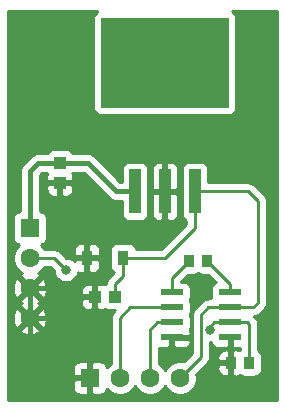
<source format=gbr>
%TF.GenerationSoftware,KiCad,Pcbnew,5.1.10*%
%TF.CreationDate,2021-06-12T19:58:10-07:00*%
%TF.ProjectId,Instrumentation-Amplifier,496e7374-7275-46d6-956e-746174696f6e,2.0*%
%TF.SameCoordinates,Original*%
%TF.FileFunction,Copper,L1,Top*%
%TF.FilePolarity,Positive*%
%FSLAX46Y46*%
G04 Gerber Fmt 4.6, Leading zero omitted, Abs format (unit mm)*
G04 Created by KiCad (PCBNEW 5.1.10) date 2021-06-12 19:58:10*
%MOMM*%
%LPD*%
G01*
G04 APERTURE LIST*
%TA.AperFunction,SMDPad,CuDef*%
%ADD10R,1.000000X1.100000*%
%TD*%
%TA.AperFunction,SMDPad,CuDef*%
%ADD11R,1.100000X1.000000*%
%TD*%
%TA.AperFunction,SMDPad,CuDef*%
%ADD12R,0.965200X1.295400*%
%TD*%
%TA.AperFunction,ComponentPad*%
%ADD13R,1.605000X1.605000*%
%TD*%
%TA.AperFunction,ComponentPad*%
%ADD14C,1.605000*%
%TD*%
%TA.AperFunction,SMDPad,CuDef*%
%ADD15R,0.940000X1.020000*%
%TD*%
%TA.AperFunction,SMDPad,CuDef*%
%ADD16R,10.840000X7.620000*%
%TD*%
%TA.AperFunction,SMDPad,CuDef*%
%ADD17R,0.990000X3.790000*%
%TD*%
%TA.AperFunction,SMDPad,CuDef*%
%ADD18R,1.981200X0.558800*%
%TD*%
%TA.AperFunction,ViaPad*%
%ADD19C,0.800000*%
%TD*%
%TA.AperFunction,Conductor*%
%ADD20C,0.381000*%
%TD*%
%TA.AperFunction,Conductor*%
%ADD21C,0.254000*%
%TD*%
%TA.AperFunction,Conductor*%
%ADD22C,0.100000*%
%TD*%
G04 APERTURE END LIST*
D10*
%TO.P,C1,2*%
%TO.N,/+Vs*%
X109220000Y-113870000D03*
%TO.P,C1,1*%
%TO.N,Earth*%
X109220000Y-115570000D03*
%TD*%
D11*
%TO.P,C2,1*%
%TO.N,Earth*%
X112180000Y-125222000D03*
%TO.P,C2,2*%
%TO.N,~*%
X113880000Y-125222000D03*
%TD*%
D12*
%TO.P,D1,2*%
%TO.N,~*%
X114554000Y-121920000D03*
%TO.P,D1,1*%
%TO.N,Earth*%
X111506000Y-121920000D03*
%TD*%
D13*
%TO.P,J1,1*%
%TO.N,/+Vs*%
X106680000Y-119380000D03*
D14*
%TO.P,J1,2*%
%TO.N,/Vout*%
X106680000Y-121920000D03*
%TO.P,J1,3*%
%TO.N,Earth*%
X106680000Y-124460000D03*
%TO.P,J1,4*%
X106680000Y-127000000D03*
%TD*%
%TO.P,J2,4*%
%TO.N,~*%
X119380000Y-132080000D03*
%TO.P,J2,3*%
%TO.N,Net-(J2-Pad3)*%
X116840000Y-132080000D03*
%TO.P,J2,2*%
%TO.N,Net-(J2-Pad2)*%
X114300000Y-132080000D03*
D13*
%TO.P,J2,1*%
%TO.N,Earth*%
X111760000Y-132080000D03*
%TD*%
D15*
%TO.P,R1,2*%
%TO.N,Net-(R1-Pad2)*%
X121694000Y-122174000D03*
%TO.P,R1,1*%
%TO.N,Net-(R1-Pad1)*%
X120114000Y-122174000D03*
%TD*%
%TO.P,R2,1*%
%TO.N,/Vout*%
X125250000Y-130810000D03*
%TO.P,R2,2*%
%TO.N,Earth*%
X123670000Y-130810000D03*
%TD*%
D16*
%TO.P,U1,4*%
%TO.N,N/C*%
X118110000Y-105410000D03*
D17*
%TO.P,U1,3*%
%TO.N,~*%
X120650000Y-116290000D03*
%TO.P,U1,2*%
%TO.N,Earth*%
X118110000Y-116290000D03*
%TO.P,U1,1*%
%TO.N,/+Vs*%
X115570000Y-116290000D03*
%TD*%
D18*
%TO.P,U2,8*%
%TO.N,Net-(R1-Pad2)*%
X123621800Y-124841000D03*
%TO.P,U2,7*%
%TO.N,~*%
X123621800Y-126111000D03*
%TO.P,U2,6*%
%TO.N,/Vout*%
X123621800Y-127381000D03*
%TO.P,U2,5*%
%TO.N,Earth*%
X123621800Y-128651000D03*
%TO.P,U2,4*%
X118694200Y-128651000D03*
%TO.P,U2,3*%
%TO.N,Net-(J2-Pad3)*%
X118694200Y-127381000D03*
%TO.P,U2,2*%
%TO.N,Net-(J2-Pad2)*%
X118694200Y-126111000D03*
%TO.P,U2,1*%
%TO.N,Net-(R1-Pad1)*%
X118694200Y-124841000D03*
%TD*%
D19*
%TO.N,Earth*%
X118618000Y-130048000D03*
%TO.N,/Vout*%
X109728000Y-122936000D03*
X121920000Y-128016000D03*
%TD*%
D20*
%TO.N,Earth*%
X106680000Y-124460000D02*
X110744000Y-124460000D01*
X110744000Y-124460000D02*
X111506000Y-123698000D01*
X111506000Y-123698000D02*
X111506000Y-121920000D01*
X111760000Y-132080000D02*
X107950000Y-132080000D01*
X106680000Y-130810000D02*
X106680000Y-127000000D01*
X107950000Y-132080000D02*
X106680000Y-130810000D01*
X106680000Y-127000000D02*
X106680000Y-124460000D01*
X111506000Y-121920000D02*
X110490000Y-121920000D01*
X109220000Y-120650000D02*
X109220000Y-115570000D01*
X110490000Y-121920000D02*
X109220000Y-120650000D01*
X118110000Y-118566000D02*
X117042000Y-119634000D01*
X118110000Y-116290000D02*
X118110000Y-118566000D01*
X117042000Y-119634000D02*
X112014000Y-119634000D01*
X111506000Y-120142000D02*
X111506000Y-121920000D01*
X112014000Y-119634000D02*
X111506000Y-120142000D01*
X123670000Y-128699200D02*
X123621800Y-128651000D01*
X123670000Y-130810000D02*
X123670000Y-128699200D01*
X123670000Y-130810000D02*
X123670000Y-133632000D01*
X123670000Y-133632000D02*
X123444000Y-133858000D01*
X123444000Y-133858000D02*
X112014000Y-133858000D01*
X111760000Y-133604000D02*
X111760000Y-132080000D01*
X112014000Y-133858000D02*
X111760000Y-133604000D01*
X118694200Y-129971800D02*
X118618000Y-130048000D01*
X118694200Y-128651000D02*
X118694200Y-129971800D01*
X112180000Y-126326000D02*
X112180000Y-125222000D01*
X111506000Y-127000000D02*
X112180000Y-126326000D01*
X106680000Y-127000000D02*
X111506000Y-127000000D01*
D21*
%TO.N,~*%
X114554000Y-121920000D02*
X118110000Y-121920000D01*
X120650000Y-119380000D02*
X120650000Y-116290000D01*
X118110000Y-121920000D02*
X120650000Y-119380000D01*
X121158000Y-126746000D02*
X121793000Y-126111000D01*
X121158000Y-130302000D02*
X121158000Y-126746000D01*
X121793000Y-126111000D02*
X123621800Y-126111000D01*
X119380000Y-132080000D02*
X121158000Y-130302000D01*
X120650000Y-116290000D02*
X125180000Y-116290000D01*
X125180000Y-116290000D02*
X125984000Y-117094000D01*
X125984000Y-117094000D02*
X125984000Y-125730000D01*
X125603000Y-126111000D02*
X123621800Y-126111000D01*
X125984000Y-125730000D02*
X125603000Y-126111000D01*
X113880000Y-125222000D02*
X113880000Y-124118000D01*
X114554000Y-123444000D02*
X114554000Y-121920000D01*
X113880000Y-124118000D02*
X114554000Y-123444000D01*
%TO.N,Net-(J2-Pad3)*%
X117449600Y-127381000D02*
X118694200Y-127381000D01*
X116840000Y-127990600D02*
X117449600Y-127381000D01*
X116840000Y-132080000D02*
X116840000Y-127990600D01*
%TO.N,Net-(J2-Pad2)*%
X114300000Y-132080000D02*
X114300000Y-127000000D01*
X115189000Y-126111000D02*
X118694200Y-126111000D01*
X114300000Y-127000000D02*
X115189000Y-126111000D01*
%TO.N,Net-(R1-Pad2)*%
X123621800Y-124101800D02*
X121694000Y-122174000D01*
X123621800Y-124841000D02*
X123621800Y-124101800D01*
%TO.N,Net-(R1-Pad1)*%
X118694200Y-123593800D02*
X120114000Y-122174000D01*
X118694200Y-124841000D02*
X118694200Y-123593800D01*
%TO.N,/Vout*%
X125250000Y-130810000D02*
X125250000Y-127536000D01*
X125095000Y-127381000D02*
X123621800Y-127381000D01*
X125250000Y-127536000D02*
X125095000Y-127381000D01*
X108712000Y-121920000D02*
X109728000Y-122936000D01*
X106680000Y-121920000D02*
X108712000Y-121920000D01*
X121920000Y-128016000D02*
X121920000Y-127762000D01*
X122301000Y-127381000D02*
X123621800Y-127381000D01*
X121920000Y-127762000D02*
X122301000Y-127381000D01*
D20*
%TO.N,/+Vs*%
X106680000Y-119380000D02*
X106680000Y-114554000D01*
X107364000Y-113870000D02*
X109220000Y-113870000D01*
X106680000Y-114554000D02*
X107364000Y-113870000D01*
X109220000Y-113870000D02*
X111584000Y-113870000D01*
X114004000Y-116290000D02*
X115570000Y-116290000D01*
X111584000Y-113870000D02*
X114004000Y-116290000D01*
%TD*%
D21*
%TO.N,Earth*%
X112335506Y-101069463D02*
X112238815Y-101148815D01*
X112159463Y-101245506D01*
X112100498Y-101355820D01*
X112064188Y-101475518D01*
X112051928Y-101600000D01*
X112051928Y-109220000D01*
X112064188Y-109344482D01*
X112100498Y-109464180D01*
X112159463Y-109574494D01*
X112238815Y-109671185D01*
X112335506Y-109750537D01*
X112445820Y-109809502D01*
X112565518Y-109845812D01*
X112690000Y-109858072D01*
X123530000Y-109858072D01*
X123654482Y-109845812D01*
X123774180Y-109809502D01*
X123884494Y-109750537D01*
X123981185Y-109671185D01*
X124060537Y-109574494D01*
X124119502Y-109464180D01*
X124155812Y-109344482D01*
X124168072Y-109220000D01*
X124168072Y-101600000D01*
X124155812Y-101475518D01*
X124119502Y-101355820D01*
X124060537Y-101245506D01*
X123981185Y-101148815D01*
X123884494Y-101069463D01*
X123829373Y-101040000D01*
X127560001Y-101040000D01*
X127560000Y-133910000D01*
X104850000Y-133910000D01*
X104850000Y-132882500D01*
X110319428Y-132882500D01*
X110331688Y-133006982D01*
X110367998Y-133126680D01*
X110426963Y-133236994D01*
X110506315Y-133333685D01*
X110603006Y-133413037D01*
X110713320Y-133472002D01*
X110833018Y-133508312D01*
X110957500Y-133520572D01*
X111474250Y-133517500D01*
X111633000Y-133358750D01*
X111633000Y-132207000D01*
X110481250Y-132207000D01*
X110322500Y-132365750D01*
X110319428Y-132882500D01*
X104850000Y-132882500D01*
X104850000Y-131277500D01*
X110319428Y-131277500D01*
X110322500Y-131794250D01*
X110481250Y-131953000D01*
X111633000Y-131953000D01*
X111633000Y-130801250D01*
X111887000Y-130801250D01*
X111887000Y-131953000D01*
X111907000Y-131953000D01*
X111907000Y-132207000D01*
X111887000Y-132207000D01*
X111887000Y-133358750D01*
X112045750Y-133517500D01*
X112562500Y-133520572D01*
X112686982Y-133508312D01*
X112806680Y-133472002D01*
X112916994Y-133413037D01*
X113013685Y-133333685D01*
X113093037Y-133236994D01*
X113152002Y-133126680D01*
X113188312Y-133006982D01*
X113188826Y-133001758D01*
X113383647Y-133196579D01*
X113619089Y-133353896D01*
X113880697Y-133462257D01*
X114158419Y-133517500D01*
X114441581Y-133517500D01*
X114719303Y-133462257D01*
X114980911Y-133353896D01*
X115216353Y-133196579D01*
X115416579Y-132996353D01*
X115570000Y-132766742D01*
X115723421Y-132996353D01*
X115923647Y-133196579D01*
X116159089Y-133353896D01*
X116420697Y-133462257D01*
X116698419Y-133517500D01*
X116981581Y-133517500D01*
X117259303Y-133462257D01*
X117520911Y-133353896D01*
X117756353Y-133196579D01*
X117956579Y-132996353D01*
X118110000Y-132766742D01*
X118263421Y-132996353D01*
X118463647Y-133196579D01*
X118699089Y-133353896D01*
X118960697Y-133462257D01*
X119238419Y-133517500D01*
X119521581Y-133517500D01*
X119799303Y-133462257D01*
X120060911Y-133353896D01*
X120296353Y-133196579D01*
X120496579Y-132996353D01*
X120653896Y-132760911D01*
X120762257Y-132499303D01*
X120817500Y-132221581D01*
X120817500Y-131938419D01*
X120781283Y-131756347D01*
X121217630Y-131320000D01*
X122561928Y-131320000D01*
X122574188Y-131444482D01*
X122610498Y-131564180D01*
X122669463Y-131674494D01*
X122748815Y-131771185D01*
X122845506Y-131850537D01*
X122955820Y-131909502D01*
X123075518Y-131945812D01*
X123200000Y-131958072D01*
X123384250Y-131955000D01*
X123543000Y-131796250D01*
X123543000Y-130937000D01*
X122723750Y-130937000D01*
X122565000Y-131095750D01*
X122561928Y-131320000D01*
X121217630Y-131320000D01*
X121670347Y-130867283D01*
X121699422Y-130843422D01*
X121778584Y-130746963D01*
X121794645Y-130727393D01*
X121865401Y-130595016D01*
X121865402Y-130595015D01*
X121908974Y-130451378D01*
X121920000Y-130339426D01*
X121920000Y-130339423D01*
X121923686Y-130302000D01*
X121923490Y-130300000D01*
X122561928Y-130300000D01*
X122565000Y-130524250D01*
X122723750Y-130683000D01*
X123543000Y-130683000D01*
X123543000Y-129823750D01*
X123384250Y-129665000D01*
X123200000Y-129661928D01*
X123075518Y-129674188D01*
X122955820Y-129710498D01*
X122845506Y-129769463D01*
X122748815Y-129848815D01*
X122669463Y-129945506D01*
X122610498Y-130055820D01*
X122574188Y-130175518D01*
X122561928Y-130300000D01*
X121923490Y-130300000D01*
X121920000Y-130264577D01*
X121920000Y-129051000D01*
X122005264Y-129051000D01*
X122005692Y-129056400D01*
X122042293Y-129176010D01*
X122101525Y-129286180D01*
X122181111Y-129382679D01*
X122277995Y-129461796D01*
X122388452Y-129520493D01*
X122508238Y-129556512D01*
X122632749Y-129568470D01*
X123336050Y-129565400D01*
X123494800Y-129406650D01*
X123494800Y-128778000D01*
X123474800Y-128778000D01*
X123474800Y-128524000D01*
X123494800Y-128524000D01*
X123494800Y-128504000D01*
X123748800Y-128504000D01*
X123748800Y-128524000D01*
X123768800Y-128524000D01*
X123768800Y-128778000D01*
X123748800Y-128778000D01*
X123748800Y-129406650D01*
X123907550Y-129565400D01*
X124488000Y-129567934D01*
X124488000Y-129736059D01*
X124460000Y-129751025D01*
X124384180Y-129710498D01*
X124264482Y-129674188D01*
X124140000Y-129661928D01*
X123955750Y-129665000D01*
X123797000Y-129823750D01*
X123797000Y-130683000D01*
X123817000Y-130683000D01*
X123817000Y-130937000D01*
X123797000Y-130937000D01*
X123797000Y-131796250D01*
X123955750Y-131955000D01*
X124140000Y-131958072D01*
X124264482Y-131945812D01*
X124384180Y-131909502D01*
X124460000Y-131868975D01*
X124535820Y-131909502D01*
X124655518Y-131945812D01*
X124780000Y-131958072D01*
X125720000Y-131958072D01*
X125844482Y-131945812D01*
X125964180Y-131909502D01*
X126074494Y-131850537D01*
X126171185Y-131771185D01*
X126250537Y-131674494D01*
X126309502Y-131564180D01*
X126345812Y-131444482D01*
X126358072Y-131320000D01*
X126358072Y-130300000D01*
X126345812Y-130175518D01*
X126309502Y-130055820D01*
X126250537Y-129945506D01*
X126171185Y-129848815D01*
X126074494Y-129769463D01*
X126012000Y-129736059D01*
X126012000Y-127573422D01*
X126015686Y-127535999D01*
X126009998Y-127478249D01*
X126000974Y-127386622D01*
X125957402Y-127242985D01*
X125886645Y-127110608D01*
X125791422Y-126994578D01*
X125762346Y-126970716D01*
X125662460Y-126870830D01*
X125752378Y-126861974D01*
X125896015Y-126818402D01*
X126028392Y-126747645D01*
X126144422Y-126652422D01*
X126168284Y-126623346D01*
X126496346Y-126295284D01*
X126525422Y-126271422D01*
X126620645Y-126155392D01*
X126691402Y-126023015D01*
X126734974Y-125879378D01*
X126746000Y-125767426D01*
X126746000Y-125767424D01*
X126749686Y-125730001D01*
X126746000Y-125692578D01*
X126746000Y-117131423D01*
X126749686Y-117094000D01*
X126745978Y-117056353D01*
X126734974Y-116944622D01*
X126691402Y-116800985D01*
X126645652Y-116715392D01*
X126620645Y-116668607D01*
X126570440Y-116607433D01*
X126525422Y-116552578D01*
X126496347Y-116528717D01*
X125745284Y-115777654D01*
X125721422Y-115748578D01*
X125605392Y-115653355D01*
X125473015Y-115582598D01*
X125329378Y-115539026D01*
X125217426Y-115528000D01*
X125217423Y-115528000D01*
X125180000Y-115524314D01*
X125142577Y-115528000D01*
X121783072Y-115528000D01*
X121783072Y-114395000D01*
X121770812Y-114270518D01*
X121734502Y-114150820D01*
X121675537Y-114040506D01*
X121596185Y-113943815D01*
X121499494Y-113864463D01*
X121389180Y-113805498D01*
X121269482Y-113769188D01*
X121145000Y-113756928D01*
X120155000Y-113756928D01*
X120030518Y-113769188D01*
X119910820Y-113805498D01*
X119800506Y-113864463D01*
X119703815Y-113943815D01*
X119624463Y-114040506D01*
X119565498Y-114150820D01*
X119529188Y-114270518D01*
X119516928Y-114395000D01*
X119516928Y-118185000D01*
X119529188Y-118309482D01*
X119565498Y-118429180D01*
X119624463Y-118539494D01*
X119703815Y-118636185D01*
X119800506Y-118715537D01*
X119888000Y-118762304D01*
X119888000Y-119064369D01*
X117794370Y-121158000D01*
X115663415Y-121158000D01*
X115662412Y-121147818D01*
X115626102Y-121028120D01*
X115567137Y-120917806D01*
X115487785Y-120821115D01*
X115391094Y-120741763D01*
X115280780Y-120682798D01*
X115161082Y-120646488D01*
X115036600Y-120634228D01*
X114071400Y-120634228D01*
X113946918Y-120646488D01*
X113827220Y-120682798D01*
X113716906Y-120741763D01*
X113620215Y-120821115D01*
X113540863Y-120917806D01*
X113481898Y-121028120D01*
X113445588Y-121147818D01*
X113433328Y-121272300D01*
X113433328Y-122567700D01*
X113445588Y-122692182D01*
X113481898Y-122811880D01*
X113540863Y-122922194D01*
X113620215Y-123018885D01*
X113716906Y-123098237D01*
X113785479Y-123134891D01*
X113367649Y-123552721D01*
X113338579Y-123576578D01*
X113314722Y-123605648D01*
X113314721Y-123605649D01*
X113243355Y-123692608D01*
X113172599Y-123824985D01*
X113129027Y-123968622D01*
X113114314Y-124118000D01*
X113114874Y-124123685D01*
X113085820Y-124132498D01*
X113030000Y-124162335D01*
X112974180Y-124132498D01*
X112854482Y-124096188D01*
X112730000Y-124083928D01*
X112465750Y-124087000D01*
X112307000Y-124245750D01*
X112307000Y-125095000D01*
X112327000Y-125095000D01*
X112327000Y-125349000D01*
X112307000Y-125349000D01*
X112307000Y-126198250D01*
X112465750Y-126357000D01*
X112730000Y-126360072D01*
X112854482Y-126347812D01*
X112974180Y-126311502D01*
X113030000Y-126281665D01*
X113085820Y-126311502D01*
X113205518Y-126347812D01*
X113330000Y-126360072D01*
X113862298Y-126360072D01*
X113787649Y-126434721D01*
X113758579Y-126458578D01*
X113734722Y-126487648D01*
X113734721Y-126487649D01*
X113663355Y-126574608D01*
X113592599Y-126706985D01*
X113549027Y-126850622D01*
X113534314Y-127000000D01*
X113538001Y-127037433D01*
X113538000Y-130860286D01*
X113383647Y-130963421D01*
X113188826Y-131158242D01*
X113188312Y-131153018D01*
X113152002Y-131033320D01*
X113093037Y-130923006D01*
X113013685Y-130826315D01*
X112916994Y-130746963D01*
X112806680Y-130687998D01*
X112686982Y-130651688D01*
X112562500Y-130639428D01*
X112045750Y-130642500D01*
X111887000Y-130801250D01*
X111633000Y-130801250D01*
X111474250Y-130642500D01*
X110957500Y-130639428D01*
X110833018Y-130651688D01*
X110713320Y-130687998D01*
X110603006Y-130746963D01*
X110506315Y-130826315D01*
X110426963Y-130923006D01*
X110367998Y-131033320D01*
X110331688Y-131153018D01*
X110319428Y-131277500D01*
X104850000Y-131277500D01*
X104850000Y-127994487D01*
X105865118Y-127994487D01*
X105937004Y-128238712D01*
X106192941Y-128359862D01*
X106467596Y-128428752D01*
X106750413Y-128442738D01*
X107030524Y-128401279D01*
X107297165Y-128305970D01*
X107422996Y-128238712D01*
X107494882Y-127994487D01*
X106680000Y-127179605D01*
X105865118Y-127994487D01*
X104850000Y-127994487D01*
X104850000Y-127070413D01*
X105237262Y-127070413D01*
X105278721Y-127350524D01*
X105374030Y-127617165D01*
X105441288Y-127742996D01*
X105685513Y-127814882D01*
X106500395Y-127000000D01*
X106859605Y-127000000D01*
X107674487Y-127814882D01*
X107918712Y-127742996D01*
X108039862Y-127487059D01*
X108108752Y-127212404D01*
X108122738Y-126929587D01*
X108081279Y-126649476D01*
X107985970Y-126382835D01*
X107918712Y-126257004D01*
X107674487Y-126185118D01*
X106859605Y-127000000D01*
X106500395Y-127000000D01*
X105685513Y-126185118D01*
X105441288Y-126257004D01*
X105320138Y-126512941D01*
X105251248Y-126787596D01*
X105237262Y-127070413D01*
X104850000Y-127070413D01*
X104850000Y-125454487D01*
X105865118Y-125454487D01*
X105937004Y-125698712D01*
X105999091Y-125728102D01*
X105937004Y-125761288D01*
X105865118Y-126005513D01*
X106680000Y-126820395D01*
X107494882Y-126005513D01*
X107422996Y-125761288D01*
X107360909Y-125731898D01*
X107379426Y-125722000D01*
X110991928Y-125722000D01*
X111004188Y-125846482D01*
X111040498Y-125966180D01*
X111099463Y-126076494D01*
X111178815Y-126173185D01*
X111275506Y-126252537D01*
X111385820Y-126311502D01*
X111505518Y-126347812D01*
X111630000Y-126360072D01*
X111894250Y-126357000D01*
X112053000Y-126198250D01*
X112053000Y-125349000D01*
X111153750Y-125349000D01*
X110995000Y-125507750D01*
X110991928Y-125722000D01*
X107379426Y-125722000D01*
X107422996Y-125698712D01*
X107494882Y-125454487D01*
X106680000Y-124639605D01*
X105865118Y-125454487D01*
X104850000Y-125454487D01*
X104850000Y-124530413D01*
X105237262Y-124530413D01*
X105278721Y-124810524D01*
X105374030Y-125077165D01*
X105441288Y-125202996D01*
X105685513Y-125274882D01*
X106500395Y-124460000D01*
X106859605Y-124460000D01*
X107674487Y-125274882D01*
X107918712Y-125202996D01*
X108039862Y-124947059D01*
X108096312Y-124722000D01*
X110991928Y-124722000D01*
X110995000Y-124936250D01*
X111153750Y-125095000D01*
X112053000Y-125095000D01*
X112053000Y-124245750D01*
X111894250Y-124087000D01*
X111630000Y-124083928D01*
X111505518Y-124096188D01*
X111385820Y-124132498D01*
X111275506Y-124191463D01*
X111178815Y-124270815D01*
X111099463Y-124367506D01*
X111040498Y-124477820D01*
X111004188Y-124597518D01*
X110991928Y-124722000D01*
X108096312Y-124722000D01*
X108108752Y-124672404D01*
X108122738Y-124389587D01*
X108081279Y-124109476D01*
X107985970Y-123842835D01*
X107918712Y-123717004D01*
X107674487Y-123645118D01*
X106859605Y-124460000D01*
X106500395Y-124460000D01*
X105685513Y-123645118D01*
X105441288Y-123717004D01*
X105320138Y-123972941D01*
X105251248Y-124247596D01*
X105237262Y-124530413D01*
X104850000Y-124530413D01*
X104850000Y-118577500D01*
X105239428Y-118577500D01*
X105239428Y-120182500D01*
X105251688Y-120306982D01*
X105287998Y-120426680D01*
X105346963Y-120536994D01*
X105426315Y-120633685D01*
X105523006Y-120713037D01*
X105633320Y-120772002D01*
X105753018Y-120808312D01*
X105758242Y-120808826D01*
X105563421Y-121003647D01*
X105406104Y-121239089D01*
X105297743Y-121500697D01*
X105242500Y-121778419D01*
X105242500Y-122061581D01*
X105297743Y-122339303D01*
X105406104Y-122600911D01*
X105563421Y-122836353D01*
X105763647Y-123036579D01*
X105994272Y-123190678D01*
X105937004Y-123221288D01*
X105865118Y-123465513D01*
X106680000Y-124280395D01*
X107494882Y-123465513D01*
X107422996Y-123221288D01*
X107362660Y-123192727D01*
X107596353Y-123036579D01*
X107796579Y-122836353D01*
X107899714Y-122682000D01*
X108396370Y-122682000D01*
X108693000Y-122978631D01*
X108693000Y-123037939D01*
X108732774Y-123237898D01*
X108810795Y-123426256D01*
X108924063Y-123595774D01*
X109068226Y-123739937D01*
X109237744Y-123853205D01*
X109426102Y-123931226D01*
X109626061Y-123971000D01*
X109829939Y-123971000D01*
X110029898Y-123931226D01*
X110218256Y-123853205D01*
X110387774Y-123739937D01*
X110531937Y-123595774D01*
X110645205Y-123426256D01*
X110723226Y-123237898D01*
X110743116Y-123137904D01*
X110779220Y-123157202D01*
X110898918Y-123193512D01*
X111023400Y-123205772D01*
X111220250Y-123202700D01*
X111379000Y-123043950D01*
X111379000Y-122047000D01*
X111633000Y-122047000D01*
X111633000Y-123043950D01*
X111791750Y-123202700D01*
X111988600Y-123205772D01*
X112113082Y-123193512D01*
X112232780Y-123157202D01*
X112343094Y-123098237D01*
X112439785Y-123018885D01*
X112519137Y-122922194D01*
X112578102Y-122811880D01*
X112614412Y-122692182D01*
X112626672Y-122567700D01*
X112623600Y-122205750D01*
X112464850Y-122047000D01*
X111633000Y-122047000D01*
X111379000Y-122047000D01*
X110547150Y-122047000D01*
X110424931Y-122169220D01*
X110387774Y-122132063D01*
X110218256Y-122018795D01*
X110029898Y-121940774D01*
X109829939Y-121901000D01*
X109770631Y-121901000D01*
X109277284Y-121407654D01*
X109253422Y-121378578D01*
X109137392Y-121283355D01*
X109116710Y-121272300D01*
X110385328Y-121272300D01*
X110388400Y-121634250D01*
X110547150Y-121793000D01*
X111379000Y-121793000D01*
X111379000Y-120796050D01*
X111633000Y-120796050D01*
X111633000Y-121793000D01*
X112464850Y-121793000D01*
X112623600Y-121634250D01*
X112626672Y-121272300D01*
X112614412Y-121147818D01*
X112578102Y-121028120D01*
X112519137Y-120917806D01*
X112439785Y-120821115D01*
X112343094Y-120741763D01*
X112232780Y-120682798D01*
X112113082Y-120646488D01*
X111988600Y-120634228D01*
X111791750Y-120637300D01*
X111633000Y-120796050D01*
X111379000Y-120796050D01*
X111220250Y-120637300D01*
X111023400Y-120634228D01*
X110898918Y-120646488D01*
X110779220Y-120682798D01*
X110668906Y-120741763D01*
X110572215Y-120821115D01*
X110492863Y-120917806D01*
X110433898Y-121028120D01*
X110397588Y-121147818D01*
X110385328Y-121272300D01*
X109116710Y-121272300D01*
X109005015Y-121212598D01*
X108861378Y-121169026D01*
X108749426Y-121158000D01*
X108749423Y-121158000D01*
X108712000Y-121154314D01*
X108674577Y-121158000D01*
X107899714Y-121158000D01*
X107796579Y-121003647D01*
X107601758Y-120808826D01*
X107606982Y-120808312D01*
X107726680Y-120772002D01*
X107836994Y-120713037D01*
X107933685Y-120633685D01*
X108013037Y-120536994D01*
X108072002Y-120426680D01*
X108108312Y-120306982D01*
X108120572Y-120182500D01*
X108120572Y-118577500D01*
X108108312Y-118453018D01*
X108072002Y-118333320D01*
X108013037Y-118223006D01*
X107933685Y-118126315D01*
X107836994Y-118046963D01*
X107726680Y-117987998D01*
X107606982Y-117951688D01*
X107505500Y-117941693D01*
X107505500Y-116120000D01*
X108081928Y-116120000D01*
X108094188Y-116244482D01*
X108130498Y-116364180D01*
X108189463Y-116474494D01*
X108268815Y-116571185D01*
X108365506Y-116650537D01*
X108475820Y-116709502D01*
X108595518Y-116745812D01*
X108720000Y-116758072D01*
X108934250Y-116755000D01*
X109093000Y-116596250D01*
X109093000Y-115697000D01*
X109347000Y-115697000D01*
X109347000Y-116596250D01*
X109505750Y-116755000D01*
X109720000Y-116758072D01*
X109844482Y-116745812D01*
X109964180Y-116709502D01*
X110074494Y-116650537D01*
X110171185Y-116571185D01*
X110250537Y-116474494D01*
X110309502Y-116364180D01*
X110345812Y-116244482D01*
X110358072Y-116120000D01*
X110355000Y-115855750D01*
X110196250Y-115697000D01*
X109347000Y-115697000D01*
X109093000Y-115697000D01*
X108243750Y-115697000D01*
X108085000Y-115855750D01*
X108081928Y-116120000D01*
X107505500Y-116120000D01*
X107505500Y-114895932D01*
X107705933Y-114695500D01*
X108147239Y-114695500D01*
X108160335Y-114720000D01*
X108130498Y-114775820D01*
X108094188Y-114895518D01*
X108081928Y-115020000D01*
X108085000Y-115284250D01*
X108243750Y-115443000D01*
X109093000Y-115443000D01*
X109093000Y-115423000D01*
X109347000Y-115423000D01*
X109347000Y-115443000D01*
X110196250Y-115443000D01*
X110355000Y-115284250D01*
X110358072Y-115020000D01*
X110345812Y-114895518D01*
X110309502Y-114775820D01*
X110279665Y-114720000D01*
X110292761Y-114695500D01*
X111242068Y-114695500D01*
X113391611Y-116845045D01*
X113417459Y-116876541D01*
X113448955Y-116902389D01*
X113448958Y-116902392D01*
X113543157Y-116979699D01*
X113657794Y-117040974D01*
X113686566Y-117056353D01*
X113842174Y-117103556D01*
X113963447Y-117115500D01*
X113963449Y-117115500D01*
X114004000Y-117119494D01*
X114044550Y-117115500D01*
X114436928Y-117115500D01*
X114436928Y-118185000D01*
X114449188Y-118309482D01*
X114485498Y-118429180D01*
X114544463Y-118539494D01*
X114623815Y-118636185D01*
X114720506Y-118715537D01*
X114830820Y-118774502D01*
X114950518Y-118810812D01*
X115075000Y-118823072D01*
X116065000Y-118823072D01*
X116189482Y-118810812D01*
X116309180Y-118774502D01*
X116419494Y-118715537D01*
X116516185Y-118636185D01*
X116595537Y-118539494D01*
X116654502Y-118429180D01*
X116690812Y-118309482D01*
X116703072Y-118185000D01*
X116976928Y-118185000D01*
X116989188Y-118309482D01*
X117025498Y-118429180D01*
X117084463Y-118539494D01*
X117163815Y-118636185D01*
X117260506Y-118715537D01*
X117370820Y-118774502D01*
X117490518Y-118810812D01*
X117615000Y-118823072D01*
X117824250Y-118820000D01*
X117983000Y-118661250D01*
X117983000Y-116417000D01*
X118237000Y-116417000D01*
X118237000Y-118661250D01*
X118395750Y-118820000D01*
X118605000Y-118823072D01*
X118729482Y-118810812D01*
X118849180Y-118774502D01*
X118959494Y-118715537D01*
X119056185Y-118636185D01*
X119135537Y-118539494D01*
X119194502Y-118429180D01*
X119230812Y-118309482D01*
X119243072Y-118185000D01*
X119240000Y-116575750D01*
X119081250Y-116417000D01*
X118237000Y-116417000D01*
X117983000Y-116417000D01*
X117138750Y-116417000D01*
X116980000Y-116575750D01*
X116976928Y-118185000D01*
X116703072Y-118185000D01*
X116703072Y-114395000D01*
X116976928Y-114395000D01*
X116980000Y-116004250D01*
X117138750Y-116163000D01*
X117983000Y-116163000D01*
X117983000Y-113918750D01*
X118237000Y-113918750D01*
X118237000Y-116163000D01*
X119081250Y-116163000D01*
X119240000Y-116004250D01*
X119243072Y-114395000D01*
X119230812Y-114270518D01*
X119194502Y-114150820D01*
X119135537Y-114040506D01*
X119056185Y-113943815D01*
X118959494Y-113864463D01*
X118849180Y-113805498D01*
X118729482Y-113769188D01*
X118605000Y-113756928D01*
X118395750Y-113760000D01*
X118237000Y-113918750D01*
X117983000Y-113918750D01*
X117824250Y-113760000D01*
X117615000Y-113756928D01*
X117490518Y-113769188D01*
X117370820Y-113805498D01*
X117260506Y-113864463D01*
X117163815Y-113943815D01*
X117084463Y-114040506D01*
X117025498Y-114150820D01*
X116989188Y-114270518D01*
X116976928Y-114395000D01*
X116703072Y-114395000D01*
X116690812Y-114270518D01*
X116654502Y-114150820D01*
X116595537Y-114040506D01*
X116516185Y-113943815D01*
X116419494Y-113864463D01*
X116309180Y-113805498D01*
X116189482Y-113769188D01*
X116065000Y-113756928D01*
X115075000Y-113756928D01*
X114950518Y-113769188D01*
X114830820Y-113805498D01*
X114720506Y-113864463D01*
X114623815Y-113943815D01*
X114544463Y-114040506D01*
X114485498Y-114150820D01*
X114449188Y-114270518D01*
X114436928Y-114395000D01*
X114436928Y-115464500D01*
X114345934Y-115464500D01*
X112196398Y-113314966D01*
X112170541Y-113283459D01*
X112044842Y-113180301D01*
X111901434Y-113103647D01*
X111745826Y-113056444D01*
X111624553Y-113044500D01*
X111624550Y-113044500D01*
X111584000Y-113040506D01*
X111543450Y-113044500D01*
X110292761Y-113044500D01*
X110250537Y-112965506D01*
X110171185Y-112868815D01*
X110074494Y-112789463D01*
X109964180Y-112730498D01*
X109844482Y-112694188D01*
X109720000Y-112681928D01*
X108720000Y-112681928D01*
X108595518Y-112694188D01*
X108475820Y-112730498D01*
X108365506Y-112789463D01*
X108268815Y-112868815D01*
X108189463Y-112965506D01*
X108147239Y-113044500D01*
X107404550Y-113044500D01*
X107363999Y-113040506D01*
X107323449Y-113044500D01*
X107323447Y-113044500D01*
X107202174Y-113056444D01*
X107046566Y-113103647D01*
X106903157Y-113180301D01*
X106841596Y-113230823D01*
X106777459Y-113283459D01*
X106751606Y-113314961D01*
X106124961Y-113941607D01*
X106093460Y-113967459D01*
X106067609Y-113998959D01*
X105990301Y-114093158D01*
X105913647Y-114236567D01*
X105866445Y-114392174D01*
X105850506Y-114554000D01*
X105854501Y-114594560D01*
X105854500Y-117941693D01*
X105753018Y-117951688D01*
X105633320Y-117987998D01*
X105523006Y-118046963D01*
X105426315Y-118126315D01*
X105346963Y-118223006D01*
X105287998Y-118333320D01*
X105251688Y-118453018D01*
X105239428Y-118577500D01*
X104850000Y-118577500D01*
X104850000Y-101040000D01*
X112390627Y-101040000D01*
X112335506Y-101069463D01*
%TA.AperFunction,Conductor*%
D22*
G36*
X112335506Y-101069463D02*
G01*
X112238815Y-101148815D01*
X112159463Y-101245506D01*
X112100498Y-101355820D01*
X112064188Y-101475518D01*
X112051928Y-101600000D01*
X112051928Y-109220000D01*
X112064188Y-109344482D01*
X112100498Y-109464180D01*
X112159463Y-109574494D01*
X112238815Y-109671185D01*
X112335506Y-109750537D01*
X112445820Y-109809502D01*
X112565518Y-109845812D01*
X112690000Y-109858072D01*
X123530000Y-109858072D01*
X123654482Y-109845812D01*
X123774180Y-109809502D01*
X123884494Y-109750537D01*
X123981185Y-109671185D01*
X124060537Y-109574494D01*
X124119502Y-109464180D01*
X124155812Y-109344482D01*
X124168072Y-109220000D01*
X124168072Y-101600000D01*
X124155812Y-101475518D01*
X124119502Y-101355820D01*
X124060537Y-101245506D01*
X123981185Y-101148815D01*
X123884494Y-101069463D01*
X123829373Y-101040000D01*
X127560001Y-101040000D01*
X127560000Y-133910000D01*
X104850000Y-133910000D01*
X104850000Y-132882500D01*
X110319428Y-132882500D01*
X110331688Y-133006982D01*
X110367998Y-133126680D01*
X110426963Y-133236994D01*
X110506315Y-133333685D01*
X110603006Y-133413037D01*
X110713320Y-133472002D01*
X110833018Y-133508312D01*
X110957500Y-133520572D01*
X111474250Y-133517500D01*
X111633000Y-133358750D01*
X111633000Y-132207000D01*
X110481250Y-132207000D01*
X110322500Y-132365750D01*
X110319428Y-132882500D01*
X104850000Y-132882500D01*
X104850000Y-131277500D01*
X110319428Y-131277500D01*
X110322500Y-131794250D01*
X110481250Y-131953000D01*
X111633000Y-131953000D01*
X111633000Y-130801250D01*
X111887000Y-130801250D01*
X111887000Y-131953000D01*
X111907000Y-131953000D01*
X111907000Y-132207000D01*
X111887000Y-132207000D01*
X111887000Y-133358750D01*
X112045750Y-133517500D01*
X112562500Y-133520572D01*
X112686982Y-133508312D01*
X112806680Y-133472002D01*
X112916994Y-133413037D01*
X113013685Y-133333685D01*
X113093037Y-133236994D01*
X113152002Y-133126680D01*
X113188312Y-133006982D01*
X113188826Y-133001758D01*
X113383647Y-133196579D01*
X113619089Y-133353896D01*
X113880697Y-133462257D01*
X114158419Y-133517500D01*
X114441581Y-133517500D01*
X114719303Y-133462257D01*
X114980911Y-133353896D01*
X115216353Y-133196579D01*
X115416579Y-132996353D01*
X115570000Y-132766742D01*
X115723421Y-132996353D01*
X115923647Y-133196579D01*
X116159089Y-133353896D01*
X116420697Y-133462257D01*
X116698419Y-133517500D01*
X116981581Y-133517500D01*
X117259303Y-133462257D01*
X117520911Y-133353896D01*
X117756353Y-133196579D01*
X117956579Y-132996353D01*
X118110000Y-132766742D01*
X118263421Y-132996353D01*
X118463647Y-133196579D01*
X118699089Y-133353896D01*
X118960697Y-133462257D01*
X119238419Y-133517500D01*
X119521581Y-133517500D01*
X119799303Y-133462257D01*
X120060911Y-133353896D01*
X120296353Y-133196579D01*
X120496579Y-132996353D01*
X120653896Y-132760911D01*
X120762257Y-132499303D01*
X120817500Y-132221581D01*
X120817500Y-131938419D01*
X120781283Y-131756347D01*
X121217630Y-131320000D01*
X122561928Y-131320000D01*
X122574188Y-131444482D01*
X122610498Y-131564180D01*
X122669463Y-131674494D01*
X122748815Y-131771185D01*
X122845506Y-131850537D01*
X122955820Y-131909502D01*
X123075518Y-131945812D01*
X123200000Y-131958072D01*
X123384250Y-131955000D01*
X123543000Y-131796250D01*
X123543000Y-130937000D01*
X122723750Y-130937000D01*
X122565000Y-131095750D01*
X122561928Y-131320000D01*
X121217630Y-131320000D01*
X121670347Y-130867283D01*
X121699422Y-130843422D01*
X121778584Y-130746963D01*
X121794645Y-130727393D01*
X121865401Y-130595016D01*
X121865402Y-130595015D01*
X121908974Y-130451378D01*
X121920000Y-130339426D01*
X121920000Y-130339423D01*
X121923686Y-130302000D01*
X121923490Y-130300000D01*
X122561928Y-130300000D01*
X122565000Y-130524250D01*
X122723750Y-130683000D01*
X123543000Y-130683000D01*
X123543000Y-129823750D01*
X123384250Y-129665000D01*
X123200000Y-129661928D01*
X123075518Y-129674188D01*
X122955820Y-129710498D01*
X122845506Y-129769463D01*
X122748815Y-129848815D01*
X122669463Y-129945506D01*
X122610498Y-130055820D01*
X122574188Y-130175518D01*
X122561928Y-130300000D01*
X121923490Y-130300000D01*
X121920000Y-130264577D01*
X121920000Y-129051000D01*
X122005264Y-129051000D01*
X122005692Y-129056400D01*
X122042293Y-129176010D01*
X122101525Y-129286180D01*
X122181111Y-129382679D01*
X122277995Y-129461796D01*
X122388452Y-129520493D01*
X122508238Y-129556512D01*
X122632749Y-129568470D01*
X123336050Y-129565400D01*
X123494800Y-129406650D01*
X123494800Y-128778000D01*
X123474800Y-128778000D01*
X123474800Y-128524000D01*
X123494800Y-128524000D01*
X123494800Y-128504000D01*
X123748800Y-128504000D01*
X123748800Y-128524000D01*
X123768800Y-128524000D01*
X123768800Y-128778000D01*
X123748800Y-128778000D01*
X123748800Y-129406650D01*
X123907550Y-129565400D01*
X124488000Y-129567934D01*
X124488000Y-129736059D01*
X124460000Y-129751025D01*
X124384180Y-129710498D01*
X124264482Y-129674188D01*
X124140000Y-129661928D01*
X123955750Y-129665000D01*
X123797000Y-129823750D01*
X123797000Y-130683000D01*
X123817000Y-130683000D01*
X123817000Y-130937000D01*
X123797000Y-130937000D01*
X123797000Y-131796250D01*
X123955750Y-131955000D01*
X124140000Y-131958072D01*
X124264482Y-131945812D01*
X124384180Y-131909502D01*
X124460000Y-131868975D01*
X124535820Y-131909502D01*
X124655518Y-131945812D01*
X124780000Y-131958072D01*
X125720000Y-131958072D01*
X125844482Y-131945812D01*
X125964180Y-131909502D01*
X126074494Y-131850537D01*
X126171185Y-131771185D01*
X126250537Y-131674494D01*
X126309502Y-131564180D01*
X126345812Y-131444482D01*
X126358072Y-131320000D01*
X126358072Y-130300000D01*
X126345812Y-130175518D01*
X126309502Y-130055820D01*
X126250537Y-129945506D01*
X126171185Y-129848815D01*
X126074494Y-129769463D01*
X126012000Y-129736059D01*
X126012000Y-127573422D01*
X126015686Y-127535999D01*
X126009998Y-127478249D01*
X126000974Y-127386622D01*
X125957402Y-127242985D01*
X125886645Y-127110608D01*
X125791422Y-126994578D01*
X125762346Y-126970716D01*
X125662460Y-126870830D01*
X125752378Y-126861974D01*
X125896015Y-126818402D01*
X126028392Y-126747645D01*
X126144422Y-126652422D01*
X126168284Y-126623346D01*
X126496346Y-126295284D01*
X126525422Y-126271422D01*
X126620645Y-126155392D01*
X126691402Y-126023015D01*
X126734974Y-125879378D01*
X126746000Y-125767426D01*
X126746000Y-125767424D01*
X126749686Y-125730001D01*
X126746000Y-125692578D01*
X126746000Y-117131423D01*
X126749686Y-117094000D01*
X126745978Y-117056353D01*
X126734974Y-116944622D01*
X126691402Y-116800985D01*
X126645652Y-116715392D01*
X126620645Y-116668607D01*
X126570440Y-116607433D01*
X126525422Y-116552578D01*
X126496347Y-116528717D01*
X125745284Y-115777654D01*
X125721422Y-115748578D01*
X125605392Y-115653355D01*
X125473015Y-115582598D01*
X125329378Y-115539026D01*
X125217426Y-115528000D01*
X125217423Y-115528000D01*
X125180000Y-115524314D01*
X125142577Y-115528000D01*
X121783072Y-115528000D01*
X121783072Y-114395000D01*
X121770812Y-114270518D01*
X121734502Y-114150820D01*
X121675537Y-114040506D01*
X121596185Y-113943815D01*
X121499494Y-113864463D01*
X121389180Y-113805498D01*
X121269482Y-113769188D01*
X121145000Y-113756928D01*
X120155000Y-113756928D01*
X120030518Y-113769188D01*
X119910820Y-113805498D01*
X119800506Y-113864463D01*
X119703815Y-113943815D01*
X119624463Y-114040506D01*
X119565498Y-114150820D01*
X119529188Y-114270518D01*
X119516928Y-114395000D01*
X119516928Y-118185000D01*
X119529188Y-118309482D01*
X119565498Y-118429180D01*
X119624463Y-118539494D01*
X119703815Y-118636185D01*
X119800506Y-118715537D01*
X119888000Y-118762304D01*
X119888000Y-119064369D01*
X117794370Y-121158000D01*
X115663415Y-121158000D01*
X115662412Y-121147818D01*
X115626102Y-121028120D01*
X115567137Y-120917806D01*
X115487785Y-120821115D01*
X115391094Y-120741763D01*
X115280780Y-120682798D01*
X115161082Y-120646488D01*
X115036600Y-120634228D01*
X114071400Y-120634228D01*
X113946918Y-120646488D01*
X113827220Y-120682798D01*
X113716906Y-120741763D01*
X113620215Y-120821115D01*
X113540863Y-120917806D01*
X113481898Y-121028120D01*
X113445588Y-121147818D01*
X113433328Y-121272300D01*
X113433328Y-122567700D01*
X113445588Y-122692182D01*
X113481898Y-122811880D01*
X113540863Y-122922194D01*
X113620215Y-123018885D01*
X113716906Y-123098237D01*
X113785479Y-123134891D01*
X113367649Y-123552721D01*
X113338579Y-123576578D01*
X113314722Y-123605648D01*
X113314721Y-123605649D01*
X113243355Y-123692608D01*
X113172599Y-123824985D01*
X113129027Y-123968622D01*
X113114314Y-124118000D01*
X113114874Y-124123685D01*
X113085820Y-124132498D01*
X113030000Y-124162335D01*
X112974180Y-124132498D01*
X112854482Y-124096188D01*
X112730000Y-124083928D01*
X112465750Y-124087000D01*
X112307000Y-124245750D01*
X112307000Y-125095000D01*
X112327000Y-125095000D01*
X112327000Y-125349000D01*
X112307000Y-125349000D01*
X112307000Y-126198250D01*
X112465750Y-126357000D01*
X112730000Y-126360072D01*
X112854482Y-126347812D01*
X112974180Y-126311502D01*
X113030000Y-126281665D01*
X113085820Y-126311502D01*
X113205518Y-126347812D01*
X113330000Y-126360072D01*
X113862298Y-126360072D01*
X113787649Y-126434721D01*
X113758579Y-126458578D01*
X113734722Y-126487648D01*
X113734721Y-126487649D01*
X113663355Y-126574608D01*
X113592599Y-126706985D01*
X113549027Y-126850622D01*
X113534314Y-127000000D01*
X113538001Y-127037433D01*
X113538000Y-130860286D01*
X113383647Y-130963421D01*
X113188826Y-131158242D01*
X113188312Y-131153018D01*
X113152002Y-131033320D01*
X113093037Y-130923006D01*
X113013685Y-130826315D01*
X112916994Y-130746963D01*
X112806680Y-130687998D01*
X112686982Y-130651688D01*
X112562500Y-130639428D01*
X112045750Y-130642500D01*
X111887000Y-130801250D01*
X111633000Y-130801250D01*
X111474250Y-130642500D01*
X110957500Y-130639428D01*
X110833018Y-130651688D01*
X110713320Y-130687998D01*
X110603006Y-130746963D01*
X110506315Y-130826315D01*
X110426963Y-130923006D01*
X110367998Y-131033320D01*
X110331688Y-131153018D01*
X110319428Y-131277500D01*
X104850000Y-131277500D01*
X104850000Y-127994487D01*
X105865118Y-127994487D01*
X105937004Y-128238712D01*
X106192941Y-128359862D01*
X106467596Y-128428752D01*
X106750413Y-128442738D01*
X107030524Y-128401279D01*
X107297165Y-128305970D01*
X107422996Y-128238712D01*
X107494882Y-127994487D01*
X106680000Y-127179605D01*
X105865118Y-127994487D01*
X104850000Y-127994487D01*
X104850000Y-127070413D01*
X105237262Y-127070413D01*
X105278721Y-127350524D01*
X105374030Y-127617165D01*
X105441288Y-127742996D01*
X105685513Y-127814882D01*
X106500395Y-127000000D01*
X106859605Y-127000000D01*
X107674487Y-127814882D01*
X107918712Y-127742996D01*
X108039862Y-127487059D01*
X108108752Y-127212404D01*
X108122738Y-126929587D01*
X108081279Y-126649476D01*
X107985970Y-126382835D01*
X107918712Y-126257004D01*
X107674487Y-126185118D01*
X106859605Y-127000000D01*
X106500395Y-127000000D01*
X105685513Y-126185118D01*
X105441288Y-126257004D01*
X105320138Y-126512941D01*
X105251248Y-126787596D01*
X105237262Y-127070413D01*
X104850000Y-127070413D01*
X104850000Y-125454487D01*
X105865118Y-125454487D01*
X105937004Y-125698712D01*
X105999091Y-125728102D01*
X105937004Y-125761288D01*
X105865118Y-126005513D01*
X106680000Y-126820395D01*
X107494882Y-126005513D01*
X107422996Y-125761288D01*
X107360909Y-125731898D01*
X107379426Y-125722000D01*
X110991928Y-125722000D01*
X111004188Y-125846482D01*
X111040498Y-125966180D01*
X111099463Y-126076494D01*
X111178815Y-126173185D01*
X111275506Y-126252537D01*
X111385820Y-126311502D01*
X111505518Y-126347812D01*
X111630000Y-126360072D01*
X111894250Y-126357000D01*
X112053000Y-126198250D01*
X112053000Y-125349000D01*
X111153750Y-125349000D01*
X110995000Y-125507750D01*
X110991928Y-125722000D01*
X107379426Y-125722000D01*
X107422996Y-125698712D01*
X107494882Y-125454487D01*
X106680000Y-124639605D01*
X105865118Y-125454487D01*
X104850000Y-125454487D01*
X104850000Y-124530413D01*
X105237262Y-124530413D01*
X105278721Y-124810524D01*
X105374030Y-125077165D01*
X105441288Y-125202996D01*
X105685513Y-125274882D01*
X106500395Y-124460000D01*
X106859605Y-124460000D01*
X107674487Y-125274882D01*
X107918712Y-125202996D01*
X108039862Y-124947059D01*
X108096312Y-124722000D01*
X110991928Y-124722000D01*
X110995000Y-124936250D01*
X111153750Y-125095000D01*
X112053000Y-125095000D01*
X112053000Y-124245750D01*
X111894250Y-124087000D01*
X111630000Y-124083928D01*
X111505518Y-124096188D01*
X111385820Y-124132498D01*
X111275506Y-124191463D01*
X111178815Y-124270815D01*
X111099463Y-124367506D01*
X111040498Y-124477820D01*
X111004188Y-124597518D01*
X110991928Y-124722000D01*
X108096312Y-124722000D01*
X108108752Y-124672404D01*
X108122738Y-124389587D01*
X108081279Y-124109476D01*
X107985970Y-123842835D01*
X107918712Y-123717004D01*
X107674487Y-123645118D01*
X106859605Y-124460000D01*
X106500395Y-124460000D01*
X105685513Y-123645118D01*
X105441288Y-123717004D01*
X105320138Y-123972941D01*
X105251248Y-124247596D01*
X105237262Y-124530413D01*
X104850000Y-124530413D01*
X104850000Y-118577500D01*
X105239428Y-118577500D01*
X105239428Y-120182500D01*
X105251688Y-120306982D01*
X105287998Y-120426680D01*
X105346963Y-120536994D01*
X105426315Y-120633685D01*
X105523006Y-120713037D01*
X105633320Y-120772002D01*
X105753018Y-120808312D01*
X105758242Y-120808826D01*
X105563421Y-121003647D01*
X105406104Y-121239089D01*
X105297743Y-121500697D01*
X105242500Y-121778419D01*
X105242500Y-122061581D01*
X105297743Y-122339303D01*
X105406104Y-122600911D01*
X105563421Y-122836353D01*
X105763647Y-123036579D01*
X105994272Y-123190678D01*
X105937004Y-123221288D01*
X105865118Y-123465513D01*
X106680000Y-124280395D01*
X107494882Y-123465513D01*
X107422996Y-123221288D01*
X107362660Y-123192727D01*
X107596353Y-123036579D01*
X107796579Y-122836353D01*
X107899714Y-122682000D01*
X108396370Y-122682000D01*
X108693000Y-122978631D01*
X108693000Y-123037939D01*
X108732774Y-123237898D01*
X108810795Y-123426256D01*
X108924063Y-123595774D01*
X109068226Y-123739937D01*
X109237744Y-123853205D01*
X109426102Y-123931226D01*
X109626061Y-123971000D01*
X109829939Y-123971000D01*
X110029898Y-123931226D01*
X110218256Y-123853205D01*
X110387774Y-123739937D01*
X110531937Y-123595774D01*
X110645205Y-123426256D01*
X110723226Y-123237898D01*
X110743116Y-123137904D01*
X110779220Y-123157202D01*
X110898918Y-123193512D01*
X111023400Y-123205772D01*
X111220250Y-123202700D01*
X111379000Y-123043950D01*
X111379000Y-122047000D01*
X111633000Y-122047000D01*
X111633000Y-123043950D01*
X111791750Y-123202700D01*
X111988600Y-123205772D01*
X112113082Y-123193512D01*
X112232780Y-123157202D01*
X112343094Y-123098237D01*
X112439785Y-123018885D01*
X112519137Y-122922194D01*
X112578102Y-122811880D01*
X112614412Y-122692182D01*
X112626672Y-122567700D01*
X112623600Y-122205750D01*
X112464850Y-122047000D01*
X111633000Y-122047000D01*
X111379000Y-122047000D01*
X110547150Y-122047000D01*
X110424931Y-122169220D01*
X110387774Y-122132063D01*
X110218256Y-122018795D01*
X110029898Y-121940774D01*
X109829939Y-121901000D01*
X109770631Y-121901000D01*
X109277284Y-121407654D01*
X109253422Y-121378578D01*
X109137392Y-121283355D01*
X109116710Y-121272300D01*
X110385328Y-121272300D01*
X110388400Y-121634250D01*
X110547150Y-121793000D01*
X111379000Y-121793000D01*
X111379000Y-120796050D01*
X111633000Y-120796050D01*
X111633000Y-121793000D01*
X112464850Y-121793000D01*
X112623600Y-121634250D01*
X112626672Y-121272300D01*
X112614412Y-121147818D01*
X112578102Y-121028120D01*
X112519137Y-120917806D01*
X112439785Y-120821115D01*
X112343094Y-120741763D01*
X112232780Y-120682798D01*
X112113082Y-120646488D01*
X111988600Y-120634228D01*
X111791750Y-120637300D01*
X111633000Y-120796050D01*
X111379000Y-120796050D01*
X111220250Y-120637300D01*
X111023400Y-120634228D01*
X110898918Y-120646488D01*
X110779220Y-120682798D01*
X110668906Y-120741763D01*
X110572215Y-120821115D01*
X110492863Y-120917806D01*
X110433898Y-121028120D01*
X110397588Y-121147818D01*
X110385328Y-121272300D01*
X109116710Y-121272300D01*
X109005015Y-121212598D01*
X108861378Y-121169026D01*
X108749426Y-121158000D01*
X108749423Y-121158000D01*
X108712000Y-121154314D01*
X108674577Y-121158000D01*
X107899714Y-121158000D01*
X107796579Y-121003647D01*
X107601758Y-120808826D01*
X107606982Y-120808312D01*
X107726680Y-120772002D01*
X107836994Y-120713037D01*
X107933685Y-120633685D01*
X108013037Y-120536994D01*
X108072002Y-120426680D01*
X108108312Y-120306982D01*
X108120572Y-120182500D01*
X108120572Y-118577500D01*
X108108312Y-118453018D01*
X108072002Y-118333320D01*
X108013037Y-118223006D01*
X107933685Y-118126315D01*
X107836994Y-118046963D01*
X107726680Y-117987998D01*
X107606982Y-117951688D01*
X107505500Y-117941693D01*
X107505500Y-116120000D01*
X108081928Y-116120000D01*
X108094188Y-116244482D01*
X108130498Y-116364180D01*
X108189463Y-116474494D01*
X108268815Y-116571185D01*
X108365506Y-116650537D01*
X108475820Y-116709502D01*
X108595518Y-116745812D01*
X108720000Y-116758072D01*
X108934250Y-116755000D01*
X109093000Y-116596250D01*
X109093000Y-115697000D01*
X109347000Y-115697000D01*
X109347000Y-116596250D01*
X109505750Y-116755000D01*
X109720000Y-116758072D01*
X109844482Y-116745812D01*
X109964180Y-116709502D01*
X110074494Y-116650537D01*
X110171185Y-116571185D01*
X110250537Y-116474494D01*
X110309502Y-116364180D01*
X110345812Y-116244482D01*
X110358072Y-116120000D01*
X110355000Y-115855750D01*
X110196250Y-115697000D01*
X109347000Y-115697000D01*
X109093000Y-115697000D01*
X108243750Y-115697000D01*
X108085000Y-115855750D01*
X108081928Y-116120000D01*
X107505500Y-116120000D01*
X107505500Y-114895932D01*
X107705933Y-114695500D01*
X108147239Y-114695500D01*
X108160335Y-114720000D01*
X108130498Y-114775820D01*
X108094188Y-114895518D01*
X108081928Y-115020000D01*
X108085000Y-115284250D01*
X108243750Y-115443000D01*
X109093000Y-115443000D01*
X109093000Y-115423000D01*
X109347000Y-115423000D01*
X109347000Y-115443000D01*
X110196250Y-115443000D01*
X110355000Y-115284250D01*
X110358072Y-115020000D01*
X110345812Y-114895518D01*
X110309502Y-114775820D01*
X110279665Y-114720000D01*
X110292761Y-114695500D01*
X111242068Y-114695500D01*
X113391611Y-116845045D01*
X113417459Y-116876541D01*
X113448955Y-116902389D01*
X113448958Y-116902392D01*
X113543157Y-116979699D01*
X113657794Y-117040974D01*
X113686566Y-117056353D01*
X113842174Y-117103556D01*
X113963447Y-117115500D01*
X113963449Y-117115500D01*
X114004000Y-117119494D01*
X114044550Y-117115500D01*
X114436928Y-117115500D01*
X114436928Y-118185000D01*
X114449188Y-118309482D01*
X114485498Y-118429180D01*
X114544463Y-118539494D01*
X114623815Y-118636185D01*
X114720506Y-118715537D01*
X114830820Y-118774502D01*
X114950518Y-118810812D01*
X115075000Y-118823072D01*
X116065000Y-118823072D01*
X116189482Y-118810812D01*
X116309180Y-118774502D01*
X116419494Y-118715537D01*
X116516185Y-118636185D01*
X116595537Y-118539494D01*
X116654502Y-118429180D01*
X116690812Y-118309482D01*
X116703072Y-118185000D01*
X116976928Y-118185000D01*
X116989188Y-118309482D01*
X117025498Y-118429180D01*
X117084463Y-118539494D01*
X117163815Y-118636185D01*
X117260506Y-118715537D01*
X117370820Y-118774502D01*
X117490518Y-118810812D01*
X117615000Y-118823072D01*
X117824250Y-118820000D01*
X117983000Y-118661250D01*
X117983000Y-116417000D01*
X118237000Y-116417000D01*
X118237000Y-118661250D01*
X118395750Y-118820000D01*
X118605000Y-118823072D01*
X118729482Y-118810812D01*
X118849180Y-118774502D01*
X118959494Y-118715537D01*
X119056185Y-118636185D01*
X119135537Y-118539494D01*
X119194502Y-118429180D01*
X119230812Y-118309482D01*
X119243072Y-118185000D01*
X119240000Y-116575750D01*
X119081250Y-116417000D01*
X118237000Y-116417000D01*
X117983000Y-116417000D01*
X117138750Y-116417000D01*
X116980000Y-116575750D01*
X116976928Y-118185000D01*
X116703072Y-118185000D01*
X116703072Y-114395000D01*
X116976928Y-114395000D01*
X116980000Y-116004250D01*
X117138750Y-116163000D01*
X117983000Y-116163000D01*
X117983000Y-113918750D01*
X118237000Y-113918750D01*
X118237000Y-116163000D01*
X119081250Y-116163000D01*
X119240000Y-116004250D01*
X119243072Y-114395000D01*
X119230812Y-114270518D01*
X119194502Y-114150820D01*
X119135537Y-114040506D01*
X119056185Y-113943815D01*
X118959494Y-113864463D01*
X118849180Y-113805498D01*
X118729482Y-113769188D01*
X118605000Y-113756928D01*
X118395750Y-113760000D01*
X118237000Y-113918750D01*
X117983000Y-113918750D01*
X117824250Y-113760000D01*
X117615000Y-113756928D01*
X117490518Y-113769188D01*
X117370820Y-113805498D01*
X117260506Y-113864463D01*
X117163815Y-113943815D01*
X117084463Y-114040506D01*
X117025498Y-114150820D01*
X116989188Y-114270518D01*
X116976928Y-114395000D01*
X116703072Y-114395000D01*
X116690812Y-114270518D01*
X116654502Y-114150820D01*
X116595537Y-114040506D01*
X116516185Y-113943815D01*
X116419494Y-113864463D01*
X116309180Y-113805498D01*
X116189482Y-113769188D01*
X116065000Y-113756928D01*
X115075000Y-113756928D01*
X114950518Y-113769188D01*
X114830820Y-113805498D01*
X114720506Y-113864463D01*
X114623815Y-113943815D01*
X114544463Y-114040506D01*
X114485498Y-114150820D01*
X114449188Y-114270518D01*
X114436928Y-114395000D01*
X114436928Y-115464500D01*
X114345934Y-115464500D01*
X112196398Y-113314966D01*
X112170541Y-113283459D01*
X112044842Y-113180301D01*
X111901434Y-113103647D01*
X111745826Y-113056444D01*
X111624553Y-113044500D01*
X111624550Y-113044500D01*
X111584000Y-113040506D01*
X111543450Y-113044500D01*
X110292761Y-113044500D01*
X110250537Y-112965506D01*
X110171185Y-112868815D01*
X110074494Y-112789463D01*
X109964180Y-112730498D01*
X109844482Y-112694188D01*
X109720000Y-112681928D01*
X108720000Y-112681928D01*
X108595518Y-112694188D01*
X108475820Y-112730498D01*
X108365506Y-112789463D01*
X108268815Y-112868815D01*
X108189463Y-112965506D01*
X108147239Y-113044500D01*
X107404550Y-113044500D01*
X107363999Y-113040506D01*
X107323449Y-113044500D01*
X107323447Y-113044500D01*
X107202174Y-113056444D01*
X107046566Y-113103647D01*
X106903157Y-113180301D01*
X106841596Y-113230823D01*
X106777459Y-113283459D01*
X106751606Y-113314961D01*
X106124961Y-113941607D01*
X106093460Y-113967459D01*
X106067609Y-113998959D01*
X105990301Y-114093158D01*
X105913647Y-114236567D01*
X105866445Y-114392174D01*
X105850506Y-114554000D01*
X105854501Y-114594560D01*
X105854500Y-117941693D01*
X105753018Y-117951688D01*
X105633320Y-117987998D01*
X105523006Y-118046963D01*
X105426315Y-118126315D01*
X105346963Y-118223006D01*
X105287998Y-118333320D01*
X105251688Y-118453018D01*
X105239428Y-118577500D01*
X104850000Y-118577500D01*
X104850000Y-101040000D01*
X112390627Y-101040000D01*
X112335506Y-101069463D01*
G37*
%TD.AperFunction*%
D21*
X120979820Y-123273502D02*
X121099518Y-123309812D01*
X121224000Y-123322072D01*
X121764442Y-123322072D01*
X122408079Y-123965710D01*
X122387020Y-123972098D01*
X122276706Y-124031063D01*
X122180015Y-124110415D01*
X122100663Y-124207106D01*
X122041698Y-124317420D01*
X122005388Y-124437118D01*
X121993128Y-124561600D01*
X121993128Y-125120400D01*
X122005388Y-125244882D01*
X122036972Y-125349000D01*
X121830423Y-125349000D01*
X121793000Y-125345314D01*
X121755577Y-125349000D01*
X121755574Y-125349000D01*
X121643622Y-125360026D01*
X121499985Y-125403598D01*
X121438364Y-125436535D01*
X121367607Y-125474355D01*
X121326916Y-125507750D01*
X121251578Y-125569578D01*
X121227716Y-125598654D01*
X120645649Y-126180721D01*
X120616579Y-126204578D01*
X120592722Y-126233648D01*
X120592721Y-126233649D01*
X120521355Y-126320608D01*
X120450599Y-126452985D01*
X120407027Y-126596622D01*
X120392314Y-126746000D01*
X120396001Y-126783433D01*
X120396000Y-129986370D01*
X119703653Y-130678717D01*
X119521581Y-130642500D01*
X119238419Y-130642500D01*
X118960697Y-130697743D01*
X118699089Y-130806104D01*
X118463647Y-130963421D01*
X118263421Y-131163647D01*
X118110000Y-131393258D01*
X117956579Y-131163647D01*
X117756353Y-130963421D01*
X117602000Y-130860286D01*
X117602000Y-129558564D01*
X117705149Y-129568470D01*
X118408450Y-129565400D01*
X118567200Y-129406650D01*
X118567200Y-128778000D01*
X118821200Y-128778000D01*
X118821200Y-129406650D01*
X118979950Y-129565400D01*
X119683251Y-129568470D01*
X119807762Y-129556512D01*
X119927548Y-129520493D01*
X120038005Y-129461796D01*
X120134889Y-129382679D01*
X120214475Y-129286180D01*
X120273707Y-129176010D01*
X120310308Y-129056400D01*
X120319800Y-128936750D01*
X120161050Y-128778000D01*
X118821200Y-128778000D01*
X118567200Y-128778000D01*
X118547200Y-128778000D01*
X118547200Y-128524000D01*
X118567200Y-128524000D01*
X118567200Y-128504000D01*
X118821200Y-128504000D01*
X118821200Y-128524000D01*
X120161050Y-128524000D01*
X120319800Y-128365250D01*
X120310308Y-128245600D01*
X120273707Y-128125990D01*
X120214515Y-128015895D01*
X120215337Y-128014894D01*
X120274302Y-127904580D01*
X120310612Y-127784882D01*
X120322872Y-127660400D01*
X120322872Y-127101600D01*
X120310612Y-126977118D01*
X120274302Y-126857420D01*
X120215337Y-126747106D01*
X120214429Y-126746000D01*
X120215337Y-126744894D01*
X120274302Y-126634580D01*
X120310612Y-126514882D01*
X120322872Y-126390400D01*
X120322872Y-125831600D01*
X120310612Y-125707118D01*
X120274302Y-125587420D01*
X120215337Y-125477106D01*
X120214429Y-125476000D01*
X120215337Y-125474894D01*
X120274302Y-125364580D01*
X120310612Y-125244882D01*
X120322872Y-125120400D01*
X120322872Y-124561600D01*
X120310612Y-124437118D01*
X120274302Y-124317420D01*
X120215337Y-124207106D01*
X120135985Y-124110415D01*
X120039294Y-124031063D01*
X119928980Y-123972098D01*
X119809282Y-123935788D01*
X119684800Y-123923528D01*
X119456200Y-123923528D01*
X119456200Y-123909430D01*
X120043559Y-123322072D01*
X120584000Y-123322072D01*
X120708482Y-123309812D01*
X120828180Y-123273502D01*
X120904000Y-123232975D01*
X120979820Y-123273502D01*
%TA.AperFunction,Conductor*%
D22*
G36*
X120979820Y-123273502D02*
G01*
X121099518Y-123309812D01*
X121224000Y-123322072D01*
X121764442Y-123322072D01*
X122408079Y-123965710D01*
X122387020Y-123972098D01*
X122276706Y-124031063D01*
X122180015Y-124110415D01*
X122100663Y-124207106D01*
X122041698Y-124317420D01*
X122005388Y-124437118D01*
X121993128Y-124561600D01*
X121993128Y-125120400D01*
X122005388Y-125244882D01*
X122036972Y-125349000D01*
X121830423Y-125349000D01*
X121793000Y-125345314D01*
X121755577Y-125349000D01*
X121755574Y-125349000D01*
X121643622Y-125360026D01*
X121499985Y-125403598D01*
X121438364Y-125436535D01*
X121367607Y-125474355D01*
X121326916Y-125507750D01*
X121251578Y-125569578D01*
X121227716Y-125598654D01*
X120645649Y-126180721D01*
X120616579Y-126204578D01*
X120592722Y-126233648D01*
X120592721Y-126233649D01*
X120521355Y-126320608D01*
X120450599Y-126452985D01*
X120407027Y-126596622D01*
X120392314Y-126746000D01*
X120396001Y-126783433D01*
X120396000Y-129986370D01*
X119703653Y-130678717D01*
X119521581Y-130642500D01*
X119238419Y-130642500D01*
X118960697Y-130697743D01*
X118699089Y-130806104D01*
X118463647Y-130963421D01*
X118263421Y-131163647D01*
X118110000Y-131393258D01*
X117956579Y-131163647D01*
X117756353Y-130963421D01*
X117602000Y-130860286D01*
X117602000Y-129558564D01*
X117705149Y-129568470D01*
X118408450Y-129565400D01*
X118567200Y-129406650D01*
X118567200Y-128778000D01*
X118821200Y-128778000D01*
X118821200Y-129406650D01*
X118979950Y-129565400D01*
X119683251Y-129568470D01*
X119807762Y-129556512D01*
X119927548Y-129520493D01*
X120038005Y-129461796D01*
X120134889Y-129382679D01*
X120214475Y-129286180D01*
X120273707Y-129176010D01*
X120310308Y-129056400D01*
X120319800Y-128936750D01*
X120161050Y-128778000D01*
X118821200Y-128778000D01*
X118567200Y-128778000D01*
X118547200Y-128778000D01*
X118547200Y-128524000D01*
X118567200Y-128524000D01*
X118567200Y-128504000D01*
X118821200Y-128504000D01*
X118821200Y-128524000D01*
X120161050Y-128524000D01*
X120319800Y-128365250D01*
X120310308Y-128245600D01*
X120273707Y-128125990D01*
X120214515Y-128015895D01*
X120215337Y-128014894D01*
X120274302Y-127904580D01*
X120310612Y-127784882D01*
X120322872Y-127660400D01*
X120322872Y-127101600D01*
X120310612Y-126977118D01*
X120274302Y-126857420D01*
X120215337Y-126747106D01*
X120214429Y-126746000D01*
X120215337Y-126744894D01*
X120274302Y-126634580D01*
X120310612Y-126514882D01*
X120322872Y-126390400D01*
X120322872Y-125831600D01*
X120310612Y-125707118D01*
X120274302Y-125587420D01*
X120215337Y-125477106D01*
X120214429Y-125476000D01*
X120215337Y-125474894D01*
X120274302Y-125364580D01*
X120310612Y-125244882D01*
X120322872Y-125120400D01*
X120322872Y-124561600D01*
X120310612Y-124437118D01*
X120274302Y-124317420D01*
X120215337Y-124207106D01*
X120135985Y-124110415D01*
X120039294Y-124031063D01*
X119928980Y-123972098D01*
X119809282Y-123935788D01*
X119684800Y-123923528D01*
X119456200Y-123923528D01*
X119456200Y-123909430D01*
X120043559Y-123322072D01*
X120584000Y-123322072D01*
X120708482Y-123309812D01*
X120828180Y-123273502D01*
X120904000Y-123232975D01*
X120979820Y-123273502D01*
G37*
%TD.AperFunction*%
%TD*%
M02*

</source>
